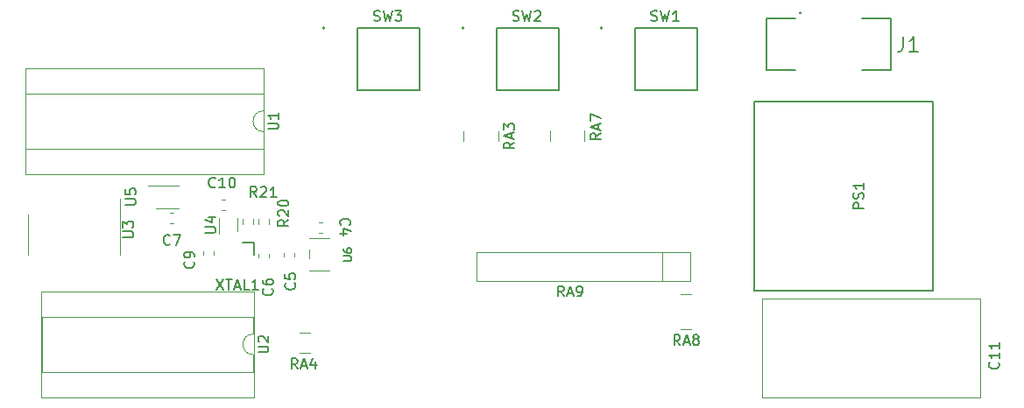
<source format=gto>
G04 #@! TF.GenerationSoftware,KiCad,Pcbnew,(5.1.7)-1*
G04 #@! TF.CreationDate,2021-11-14T21:58:53-06:00*
G04 #@! TF.ProjectId,PIC-nixie,5049432d-6e69-4786-9965-2e6b69636164,rev?*
G04 #@! TF.SameCoordinates,Original*
G04 #@! TF.FileFunction,Legend,Top*
G04 #@! TF.FilePolarity,Positive*
%FSLAX46Y46*%
G04 Gerber Fmt 4.6, Leading zero omitted, Abs format (unit mm)*
G04 Created by KiCad (PCBNEW (5.1.7)-1) date 2021-11-14 21:58:53*
%MOMM*%
%LPD*%
G01*
G04 APERTURE LIST*
%ADD10C,0.120000*%
%ADD11C,0.127000*%
%ADD12C,0.250000*%
%ADD13C,0.150000*%
%ADD14C,0.200000*%
%ADD15C,2.301600*%
%ADD16C,1.701800*%
%ADD17O,2.101600X1.101600*%
%ADD18O,1.701600X1.701600*%
%ADD19C,1.801600*%
%ADD20C,1.901600*%
G04 APERTURE END LIST*
D10*
X151800000Y-96940000D02*
X151800000Y-97940000D01*
X155160000Y-96940000D02*
X155160000Y-97940000D01*
X172301700Y-122741200D02*
X193358300Y-122741200D01*
X172301700Y-113190800D02*
X193358300Y-113190800D01*
X172301700Y-122741200D02*
X172301700Y-113190800D01*
X193358300Y-122741200D02*
X193358300Y-113190800D01*
X130452500Y-107275200D02*
X128547500Y-107275200D01*
X128547500Y-108448639D02*
X128547500Y-109251361D01*
X128547500Y-110424800D02*
X130452500Y-110424800D01*
D11*
X175550000Y-86034000D02*
X172750000Y-86034000D01*
X172750000Y-86034000D02*
X172750000Y-91034000D01*
X172750000Y-91034000D02*
X175550000Y-91034000D01*
X181950000Y-91034000D02*
X184750000Y-91034000D01*
X184750000Y-91034000D02*
X184750000Y-86034000D01*
X184750000Y-86034000D02*
X181950000Y-86034000D01*
D12*
X176000000Y-85534000D02*
G75*
G03*
X176000000Y-85534000I-50000J0D01*
G01*
D10*
X123190000Y-122725000D02*
X123190000Y-112445000D01*
X102630000Y-122725000D02*
X123190000Y-122725000D01*
X102630000Y-112445000D02*
X102630000Y-122725000D01*
X123190000Y-112445000D02*
X102630000Y-112445000D01*
X123130000Y-120235000D02*
X123130000Y-118585000D01*
X102690000Y-120235000D02*
X123130000Y-120235000D01*
X102690000Y-114935000D02*
X102690000Y-120235000D01*
X123130000Y-114935000D02*
X102690000Y-114935000D01*
X123130000Y-116585000D02*
X123130000Y-114935000D01*
X123130000Y-118585000D02*
G75*
G02*
X123130000Y-116585000I0J1000000D01*
G01*
X115925000Y-102245000D02*
X112925000Y-102245000D01*
X115925000Y-104445000D02*
X113725000Y-104445000D01*
X121600000Y-105371000D02*
X121600000Y-106671000D01*
X119800000Y-106921000D02*
X119800000Y-105371000D01*
D13*
X123215000Y-107739000D02*
X122115000Y-107739000D01*
X123215000Y-108939000D02*
X123215000Y-107739000D01*
D10*
X123153500Y-105941224D02*
X123153500Y-105431776D01*
X122108500Y-105941224D02*
X122108500Y-105431776D01*
X124677500Y-105941224D02*
X124677500Y-105431776D01*
X123632500Y-105941224D02*
X123632500Y-105431776D01*
X115389267Y-105891000D02*
X115046733Y-105891000D01*
X115389267Y-104871000D02*
X115046733Y-104871000D01*
X124665000Y-109169267D02*
X124665000Y-108826733D01*
X123645000Y-109169267D02*
X123645000Y-108826733D01*
X120060733Y-104569000D02*
X120403267Y-104569000D01*
X120060733Y-103549000D02*
X120403267Y-103549000D01*
X119331000Y-108943267D02*
X119331000Y-108600733D01*
X118311000Y-108943267D02*
X118311000Y-108600733D01*
X101390000Y-106988000D02*
X101390000Y-108938000D01*
X101390000Y-106988000D02*
X101390000Y-105038000D01*
X110260000Y-106988000D02*
X110260000Y-108938000D01*
X110260000Y-106988000D02*
X110260000Y-103538000D01*
X124105000Y-95010000D02*
X124105000Y-93360000D01*
X124105000Y-93360000D02*
X101125000Y-93360000D01*
X101125000Y-93360000D02*
X101125000Y-98660000D01*
X101125000Y-98660000D02*
X124105000Y-98660000D01*
X124105000Y-98660000D02*
X124105000Y-97010000D01*
X124165000Y-90870000D02*
X101065000Y-90870000D01*
X101065000Y-90870000D02*
X101065000Y-101150000D01*
X101065000Y-101150000D02*
X124165000Y-101150000D01*
X124165000Y-101150000D02*
X124165000Y-90870000D01*
X124105000Y-97010000D02*
G75*
G02*
X124105000Y-95010000I0J1000000D01*
G01*
D14*
X130052000Y-87000000D02*
G75*
G03*
X130052000Y-87000000I-100000J0D01*
G01*
D11*
X133202000Y-93000000D02*
X133202000Y-87000000D01*
X139202000Y-93000000D02*
X133202000Y-93000000D01*
X139202000Y-87000000D02*
X139202000Y-93000000D01*
X133202000Y-87000000D02*
X139202000Y-87000000D01*
D14*
X143492000Y-87000000D02*
G75*
G03*
X143492000Y-87000000I-100000J0D01*
G01*
D11*
X146642000Y-93000000D02*
X146642000Y-87000000D01*
X152642000Y-93000000D02*
X146642000Y-93000000D01*
X152642000Y-87000000D02*
X152642000Y-93000000D01*
X146642000Y-87000000D02*
X152642000Y-87000000D01*
D14*
X156850000Y-87000000D02*
G75*
G03*
X156850000Y-87000000I-100000J0D01*
G01*
D11*
X160000000Y-93000000D02*
X160000000Y-87000000D01*
X166000000Y-93000000D02*
X160000000Y-93000000D01*
X166000000Y-87000000D02*
X166000000Y-93000000D01*
X160000000Y-87000000D02*
X166000000Y-87000000D01*
D10*
X162618000Y-111492000D02*
X162618000Y-108692000D01*
X144668000Y-111492000D02*
X165328000Y-111492000D01*
X144668000Y-108692000D02*
X144668000Y-111492000D01*
X165328000Y-108692000D02*
X144668000Y-108692000D01*
X165328000Y-111492000D02*
X165328000Y-108692000D01*
X164474000Y-116090000D02*
X165474000Y-116090000D01*
X164474000Y-112730000D02*
X165474000Y-112730000D01*
X127625000Y-118420000D02*
X128625000Y-118420000D01*
X127625000Y-116480000D02*
X128625000Y-116480000D01*
X146800000Y-97950000D02*
X146800000Y-96950000D01*
X143440000Y-97950000D02*
X143440000Y-96950000D01*
D13*
X188780000Y-112378000D02*
X188780000Y-94090000D01*
X171508000Y-112378000D02*
X188780000Y-112378000D01*
X171508000Y-94090000D02*
X171508000Y-112378000D01*
X188780000Y-94090000D02*
X171508000Y-94090000D01*
D10*
X126115000Y-109071267D02*
X126115000Y-108728733D01*
X127135000Y-109071267D02*
X127135000Y-108728733D01*
X129796267Y-106810000D02*
X129453733Y-106810000D01*
X129796267Y-105790000D02*
X129453733Y-105790000D01*
D13*
X156722380Y-97165238D02*
X156246190Y-97498571D01*
X156722380Y-97736666D02*
X155722380Y-97736666D01*
X155722380Y-97355714D01*
X155770000Y-97260476D01*
X155817619Y-97212857D01*
X155912857Y-97165238D01*
X156055714Y-97165238D01*
X156150952Y-97212857D01*
X156198571Y-97260476D01*
X156246190Y-97355714D01*
X156246190Y-97736666D01*
X156436666Y-96784285D02*
X156436666Y-96308095D01*
X156722380Y-96879523D02*
X155722380Y-96546190D01*
X156722380Y-96212857D01*
X155722380Y-95974761D02*
X155722380Y-95308095D01*
X156722380Y-95736666D01*
X195132142Y-119317857D02*
X195179761Y-119365476D01*
X195227380Y-119508333D01*
X195227380Y-119603571D01*
X195179761Y-119746428D01*
X195084523Y-119841666D01*
X194989285Y-119889285D01*
X194798809Y-119936904D01*
X194655952Y-119936904D01*
X194465476Y-119889285D01*
X194370238Y-119841666D01*
X194275000Y-119746428D01*
X194227380Y-119603571D01*
X194227380Y-119508333D01*
X194275000Y-119365476D01*
X194322619Y-119317857D01*
X195227380Y-118365476D02*
X195227380Y-118936904D01*
X195227380Y-118651190D02*
X194227380Y-118651190D01*
X194370238Y-118746428D01*
X194465476Y-118841666D01*
X194513095Y-118936904D01*
X195227380Y-117413095D02*
X195227380Y-117984523D01*
X195227380Y-117698809D02*
X194227380Y-117698809D01*
X194370238Y-117794047D01*
X194465476Y-117889285D01*
X194513095Y-117984523D01*
X191580000Y-117418380D02*
X191580000Y-117656476D01*
X191341904Y-117561238D02*
X191580000Y-117656476D01*
X191818095Y-117561238D01*
X191437142Y-117846952D02*
X191580000Y-117656476D01*
X191722857Y-117846952D01*
X131857714Y-109480571D02*
X132474571Y-109480571D01*
X132547142Y-109444285D01*
X132583428Y-109408000D01*
X132619714Y-109335428D01*
X132619714Y-109190285D01*
X132583428Y-109117714D01*
X132547142Y-109081428D01*
X132474571Y-109045142D01*
X131857714Y-109045142D01*
X131857714Y-108355714D02*
X131857714Y-108500857D01*
X131894000Y-108573428D01*
X131930285Y-108609714D01*
X132039142Y-108682285D01*
X132184285Y-108718571D01*
X132474571Y-108718571D01*
X132547142Y-108682285D01*
X132583428Y-108646000D01*
X132619714Y-108573428D01*
X132619714Y-108428285D01*
X132583428Y-108355714D01*
X132547142Y-108319428D01*
X132474571Y-108283142D01*
X132293142Y-108283142D01*
X132220571Y-108319428D01*
X132184285Y-108355714D01*
X132148000Y-108428285D01*
X132148000Y-108573428D01*
X132184285Y-108646000D01*
X132220571Y-108682285D01*
X132293142Y-108718571D01*
X185958333Y-87867333D02*
X185958333Y-88867333D01*
X185891666Y-89067333D01*
X185758333Y-89200666D01*
X185558333Y-89267333D01*
X185425000Y-89267333D01*
X187358333Y-89267333D02*
X186558333Y-89267333D01*
X186958333Y-89267333D02*
X186958333Y-87867333D01*
X186825000Y-88067333D01*
X186691666Y-88200666D01*
X186558333Y-88267333D01*
X123582380Y-118346904D02*
X124391904Y-118346904D01*
X124487142Y-118299285D01*
X124534761Y-118251666D01*
X124582380Y-118156428D01*
X124582380Y-117965952D01*
X124534761Y-117870714D01*
X124487142Y-117823095D01*
X124391904Y-117775476D01*
X123582380Y-117775476D01*
X123677619Y-117346904D02*
X123630000Y-117299285D01*
X123582380Y-117204047D01*
X123582380Y-116965952D01*
X123630000Y-116870714D01*
X123677619Y-116823095D01*
X123772857Y-116775476D01*
X123868095Y-116775476D01*
X124010952Y-116823095D01*
X124582380Y-117394523D01*
X124582380Y-116775476D01*
X110762380Y-104101904D02*
X111571904Y-104101904D01*
X111667142Y-104054285D01*
X111714761Y-104006666D01*
X111762380Y-103911428D01*
X111762380Y-103720952D01*
X111714761Y-103625714D01*
X111667142Y-103578095D01*
X111571904Y-103530476D01*
X110762380Y-103530476D01*
X110762380Y-102578095D02*
X110762380Y-103054285D01*
X111238571Y-103101904D01*
X111190952Y-103054285D01*
X111143333Y-102959047D01*
X111143333Y-102720952D01*
X111190952Y-102625714D01*
X111238571Y-102578095D01*
X111333809Y-102530476D01*
X111571904Y-102530476D01*
X111667142Y-102578095D01*
X111714761Y-102625714D01*
X111762380Y-102720952D01*
X111762380Y-102959047D01*
X111714761Y-103054285D01*
X111667142Y-103101904D01*
X118492380Y-106791904D02*
X119301904Y-106791904D01*
X119397142Y-106744285D01*
X119444761Y-106696666D01*
X119492380Y-106601428D01*
X119492380Y-106410952D01*
X119444761Y-106315714D01*
X119397142Y-106268095D01*
X119301904Y-106220476D01*
X118492380Y-106220476D01*
X118825714Y-105315714D02*
X119492380Y-105315714D01*
X118444761Y-105553809D02*
X119159047Y-105791904D01*
X119159047Y-105172857D01*
X119596190Y-111302380D02*
X120262857Y-112302380D01*
X120262857Y-111302380D02*
X119596190Y-112302380D01*
X120500952Y-111302380D02*
X121072380Y-111302380D01*
X120786666Y-112302380D02*
X120786666Y-111302380D01*
X121358095Y-112016666D02*
X121834285Y-112016666D01*
X121262857Y-112302380D02*
X121596190Y-111302380D01*
X121929523Y-112302380D01*
X122739047Y-112302380D02*
X122262857Y-112302380D01*
X122262857Y-111302380D01*
X123596190Y-112302380D02*
X123024761Y-112302380D01*
X123310476Y-112302380D02*
X123310476Y-111302380D01*
X123215238Y-111445238D01*
X123120000Y-111540476D01*
X123024761Y-111588095D01*
X123457142Y-103342380D02*
X123123809Y-102866190D01*
X122885714Y-103342380D02*
X122885714Y-102342380D01*
X123266666Y-102342380D01*
X123361904Y-102390000D01*
X123409523Y-102437619D01*
X123457142Y-102532857D01*
X123457142Y-102675714D01*
X123409523Y-102770952D01*
X123361904Y-102818571D01*
X123266666Y-102866190D01*
X122885714Y-102866190D01*
X123838095Y-102437619D02*
X123885714Y-102390000D01*
X123980952Y-102342380D01*
X124219047Y-102342380D01*
X124314285Y-102390000D01*
X124361904Y-102437619D01*
X124409523Y-102532857D01*
X124409523Y-102628095D01*
X124361904Y-102770952D01*
X123790476Y-103342380D01*
X124409523Y-103342380D01*
X125361904Y-103342380D02*
X124790476Y-103342380D01*
X125076190Y-103342380D02*
X125076190Y-102342380D01*
X124980952Y-102485238D01*
X124885714Y-102580476D01*
X124790476Y-102628095D01*
X126527380Y-105542857D02*
X126051190Y-105876190D01*
X126527380Y-106114285D02*
X125527380Y-106114285D01*
X125527380Y-105733333D01*
X125575000Y-105638095D01*
X125622619Y-105590476D01*
X125717857Y-105542857D01*
X125860714Y-105542857D01*
X125955952Y-105590476D01*
X126003571Y-105638095D01*
X126051190Y-105733333D01*
X126051190Y-106114285D01*
X125622619Y-105161904D02*
X125575000Y-105114285D01*
X125527380Y-105019047D01*
X125527380Y-104780952D01*
X125575000Y-104685714D01*
X125622619Y-104638095D01*
X125717857Y-104590476D01*
X125813095Y-104590476D01*
X125955952Y-104638095D01*
X126527380Y-105209523D01*
X126527380Y-104590476D01*
X125527380Y-103971428D02*
X125527380Y-103876190D01*
X125575000Y-103780952D01*
X125622619Y-103733333D01*
X125717857Y-103685714D01*
X125908333Y-103638095D01*
X126146428Y-103638095D01*
X126336904Y-103685714D01*
X126432142Y-103733333D01*
X126479761Y-103780952D01*
X126527380Y-103876190D01*
X126527380Y-103971428D01*
X126479761Y-104066666D01*
X126432142Y-104114285D01*
X126336904Y-104161904D01*
X126146428Y-104209523D01*
X125908333Y-104209523D01*
X125717857Y-104161904D01*
X125622619Y-104114285D01*
X125575000Y-104066666D01*
X125527380Y-103971428D01*
X115058333Y-107887142D02*
X115010714Y-107934761D01*
X114867857Y-107982380D01*
X114772619Y-107982380D01*
X114629761Y-107934761D01*
X114534523Y-107839523D01*
X114486904Y-107744285D01*
X114439285Y-107553809D01*
X114439285Y-107410952D01*
X114486904Y-107220476D01*
X114534523Y-107125238D01*
X114629761Y-107030000D01*
X114772619Y-106982380D01*
X114867857Y-106982380D01*
X115010714Y-107030000D01*
X115058333Y-107077619D01*
X115391666Y-106982380D02*
X116058333Y-106982380D01*
X115629761Y-107982380D01*
X124932142Y-112216666D02*
X124979761Y-112264285D01*
X125027380Y-112407142D01*
X125027380Y-112502380D01*
X124979761Y-112645238D01*
X124884523Y-112740476D01*
X124789285Y-112788095D01*
X124598809Y-112835714D01*
X124455952Y-112835714D01*
X124265476Y-112788095D01*
X124170238Y-112740476D01*
X124075000Y-112645238D01*
X124027380Y-112502380D01*
X124027380Y-112407142D01*
X124075000Y-112264285D01*
X124122619Y-112216666D01*
X124027380Y-111359523D02*
X124027380Y-111550000D01*
X124075000Y-111645238D01*
X124122619Y-111692857D01*
X124265476Y-111788095D01*
X124455952Y-111835714D01*
X124836904Y-111835714D01*
X124932142Y-111788095D01*
X124979761Y-111740476D01*
X125027380Y-111645238D01*
X125027380Y-111454761D01*
X124979761Y-111359523D01*
X124932142Y-111311904D01*
X124836904Y-111264285D01*
X124598809Y-111264285D01*
X124503571Y-111311904D01*
X124455952Y-111359523D01*
X124408333Y-111454761D01*
X124408333Y-111645238D01*
X124455952Y-111740476D01*
X124503571Y-111788095D01*
X124598809Y-111835714D01*
X119457142Y-102337142D02*
X119409523Y-102384761D01*
X119266666Y-102432380D01*
X119171428Y-102432380D01*
X119028571Y-102384761D01*
X118933333Y-102289523D01*
X118885714Y-102194285D01*
X118838095Y-102003809D01*
X118838095Y-101860952D01*
X118885714Y-101670476D01*
X118933333Y-101575238D01*
X119028571Y-101480000D01*
X119171428Y-101432380D01*
X119266666Y-101432380D01*
X119409523Y-101480000D01*
X119457142Y-101527619D01*
X120409523Y-102432380D02*
X119838095Y-102432380D01*
X120123809Y-102432380D02*
X120123809Y-101432380D01*
X120028571Y-101575238D01*
X119933333Y-101670476D01*
X119838095Y-101718095D01*
X121028571Y-101432380D02*
X121123809Y-101432380D01*
X121219047Y-101480000D01*
X121266666Y-101527619D01*
X121314285Y-101622857D01*
X121361904Y-101813333D01*
X121361904Y-102051428D01*
X121314285Y-102241904D01*
X121266666Y-102337142D01*
X121219047Y-102384761D01*
X121123809Y-102432380D01*
X121028571Y-102432380D01*
X120933333Y-102384761D01*
X120885714Y-102337142D01*
X120838095Y-102241904D01*
X120790476Y-102051428D01*
X120790476Y-101813333D01*
X120838095Y-101622857D01*
X120885714Y-101527619D01*
X120933333Y-101480000D01*
X121028571Y-101432380D01*
X117332142Y-109591666D02*
X117379761Y-109639285D01*
X117427380Y-109782142D01*
X117427380Y-109877380D01*
X117379761Y-110020238D01*
X117284523Y-110115476D01*
X117189285Y-110163095D01*
X116998809Y-110210714D01*
X116855952Y-110210714D01*
X116665476Y-110163095D01*
X116570238Y-110115476D01*
X116475000Y-110020238D01*
X116427380Y-109877380D01*
X116427380Y-109782142D01*
X116475000Y-109639285D01*
X116522619Y-109591666D01*
X117427380Y-109115476D02*
X117427380Y-108925000D01*
X117379761Y-108829761D01*
X117332142Y-108782142D01*
X117189285Y-108686904D01*
X116998809Y-108639285D01*
X116617857Y-108639285D01*
X116522619Y-108686904D01*
X116475000Y-108734523D01*
X116427380Y-108829761D01*
X116427380Y-109020238D01*
X116475000Y-109115476D01*
X116522619Y-109163095D01*
X116617857Y-109210714D01*
X116855952Y-109210714D01*
X116951190Y-109163095D01*
X116998809Y-109115476D01*
X117046428Y-109020238D01*
X117046428Y-108829761D01*
X116998809Y-108734523D01*
X116951190Y-108686904D01*
X116855952Y-108639285D01*
X110527380Y-107236904D02*
X111336904Y-107236904D01*
X111432142Y-107189285D01*
X111479761Y-107141666D01*
X111527380Y-107046428D01*
X111527380Y-106855952D01*
X111479761Y-106760714D01*
X111432142Y-106713095D01*
X111336904Y-106665476D01*
X110527380Y-106665476D01*
X110527380Y-106284523D02*
X110527380Y-105665476D01*
X110908333Y-105998809D01*
X110908333Y-105855952D01*
X110955952Y-105760714D01*
X111003571Y-105713095D01*
X111098809Y-105665476D01*
X111336904Y-105665476D01*
X111432142Y-105713095D01*
X111479761Y-105760714D01*
X111527380Y-105855952D01*
X111527380Y-106141666D01*
X111479761Y-106236904D01*
X111432142Y-106284523D01*
X124557380Y-96771904D02*
X125366904Y-96771904D01*
X125462142Y-96724285D01*
X125509761Y-96676666D01*
X125557380Y-96581428D01*
X125557380Y-96390952D01*
X125509761Y-96295714D01*
X125462142Y-96248095D01*
X125366904Y-96200476D01*
X124557380Y-96200476D01*
X125557380Y-95200476D02*
X125557380Y-95771904D01*
X125557380Y-95486190D02*
X124557380Y-95486190D01*
X124700238Y-95581428D01*
X124795476Y-95676666D01*
X124843095Y-95771904D01*
X134793666Y-86269761D02*
X134936523Y-86317380D01*
X135174619Y-86317380D01*
X135269857Y-86269761D01*
X135317476Y-86222142D01*
X135365095Y-86126904D01*
X135365095Y-86031666D01*
X135317476Y-85936428D01*
X135269857Y-85888809D01*
X135174619Y-85841190D01*
X134984142Y-85793571D01*
X134888904Y-85745952D01*
X134841285Y-85698333D01*
X134793666Y-85603095D01*
X134793666Y-85507857D01*
X134841285Y-85412619D01*
X134888904Y-85365000D01*
X134984142Y-85317380D01*
X135222238Y-85317380D01*
X135365095Y-85365000D01*
X135698428Y-85317380D02*
X135936523Y-86317380D01*
X136127000Y-85603095D01*
X136317476Y-86317380D01*
X136555571Y-85317380D01*
X136841285Y-85317380D02*
X137460333Y-85317380D01*
X137127000Y-85698333D01*
X137269857Y-85698333D01*
X137365095Y-85745952D01*
X137412714Y-85793571D01*
X137460333Y-85888809D01*
X137460333Y-86126904D01*
X137412714Y-86222142D01*
X137365095Y-86269761D01*
X137269857Y-86317380D01*
X136984142Y-86317380D01*
X136888904Y-86269761D01*
X136841285Y-86222142D01*
X148233666Y-86269761D02*
X148376523Y-86317380D01*
X148614619Y-86317380D01*
X148709857Y-86269761D01*
X148757476Y-86222142D01*
X148805095Y-86126904D01*
X148805095Y-86031666D01*
X148757476Y-85936428D01*
X148709857Y-85888809D01*
X148614619Y-85841190D01*
X148424142Y-85793571D01*
X148328904Y-85745952D01*
X148281285Y-85698333D01*
X148233666Y-85603095D01*
X148233666Y-85507857D01*
X148281285Y-85412619D01*
X148328904Y-85365000D01*
X148424142Y-85317380D01*
X148662238Y-85317380D01*
X148805095Y-85365000D01*
X149138428Y-85317380D02*
X149376523Y-86317380D01*
X149567000Y-85603095D01*
X149757476Y-86317380D01*
X149995571Y-85317380D01*
X150328904Y-85412619D02*
X150376523Y-85365000D01*
X150471761Y-85317380D01*
X150709857Y-85317380D01*
X150805095Y-85365000D01*
X150852714Y-85412619D01*
X150900333Y-85507857D01*
X150900333Y-85603095D01*
X150852714Y-85745952D01*
X150281285Y-86317380D01*
X150900333Y-86317380D01*
X161591666Y-86269761D02*
X161734523Y-86317380D01*
X161972619Y-86317380D01*
X162067857Y-86269761D01*
X162115476Y-86222142D01*
X162163095Y-86126904D01*
X162163095Y-86031666D01*
X162115476Y-85936428D01*
X162067857Y-85888809D01*
X161972619Y-85841190D01*
X161782142Y-85793571D01*
X161686904Y-85745952D01*
X161639285Y-85698333D01*
X161591666Y-85603095D01*
X161591666Y-85507857D01*
X161639285Y-85412619D01*
X161686904Y-85365000D01*
X161782142Y-85317380D01*
X162020238Y-85317380D01*
X162163095Y-85365000D01*
X162496428Y-85317380D02*
X162734523Y-86317380D01*
X162925000Y-85603095D01*
X163115476Y-86317380D01*
X163353571Y-85317380D01*
X164258333Y-86317380D02*
X163686904Y-86317380D01*
X163972619Y-86317380D02*
X163972619Y-85317380D01*
X163877380Y-85460238D01*
X163782142Y-85555476D01*
X163686904Y-85603095D01*
X153132761Y-112944380D02*
X152799428Y-112468190D01*
X152561333Y-112944380D02*
X152561333Y-111944380D01*
X152942285Y-111944380D01*
X153037523Y-111992000D01*
X153085142Y-112039619D01*
X153132761Y-112134857D01*
X153132761Y-112277714D01*
X153085142Y-112372952D01*
X153037523Y-112420571D01*
X152942285Y-112468190D01*
X152561333Y-112468190D01*
X153513714Y-112658666D02*
X153989904Y-112658666D01*
X153418476Y-112944380D02*
X153751809Y-111944380D01*
X154085142Y-112944380D01*
X154466095Y-112944380D02*
X154656571Y-112944380D01*
X154751809Y-112896761D01*
X154799428Y-112849142D01*
X154894666Y-112706285D01*
X154942285Y-112515809D01*
X154942285Y-112134857D01*
X154894666Y-112039619D01*
X154847047Y-111992000D01*
X154751809Y-111944380D01*
X154561333Y-111944380D01*
X154466095Y-111992000D01*
X154418476Y-112039619D01*
X154370857Y-112134857D01*
X154370857Y-112372952D01*
X154418476Y-112468190D01*
X154466095Y-112515809D01*
X154561333Y-112563428D01*
X154751809Y-112563428D01*
X154847047Y-112515809D01*
X154894666Y-112468190D01*
X154942285Y-112372952D01*
X164378761Y-117662380D02*
X164045428Y-117186190D01*
X163807333Y-117662380D02*
X163807333Y-116662380D01*
X164188285Y-116662380D01*
X164283523Y-116710000D01*
X164331142Y-116757619D01*
X164378761Y-116852857D01*
X164378761Y-116995714D01*
X164331142Y-117090952D01*
X164283523Y-117138571D01*
X164188285Y-117186190D01*
X163807333Y-117186190D01*
X164759714Y-117376666D02*
X165235904Y-117376666D01*
X164664476Y-117662380D02*
X164997809Y-116662380D01*
X165331142Y-117662380D01*
X165807333Y-117090952D02*
X165712095Y-117043333D01*
X165664476Y-116995714D01*
X165616857Y-116900476D01*
X165616857Y-116852857D01*
X165664476Y-116757619D01*
X165712095Y-116710000D01*
X165807333Y-116662380D01*
X165997809Y-116662380D01*
X166093047Y-116710000D01*
X166140666Y-116757619D01*
X166188285Y-116852857D01*
X166188285Y-116900476D01*
X166140666Y-116995714D01*
X166093047Y-117043333D01*
X165997809Y-117090952D01*
X165807333Y-117090952D01*
X165712095Y-117138571D01*
X165664476Y-117186190D01*
X165616857Y-117281428D01*
X165616857Y-117471904D01*
X165664476Y-117567142D01*
X165712095Y-117614761D01*
X165807333Y-117662380D01*
X165997809Y-117662380D01*
X166093047Y-117614761D01*
X166140666Y-117567142D01*
X166188285Y-117471904D01*
X166188285Y-117281428D01*
X166140666Y-117186190D01*
X166093047Y-117138571D01*
X165997809Y-117090952D01*
X127404761Y-119952380D02*
X127071428Y-119476190D01*
X126833333Y-119952380D02*
X126833333Y-118952380D01*
X127214285Y-118952380D01*
X127309523Y-119000000D01*
X127357142Y-119047619D01*
X127404761Y-119142857D01*
X127404761Y-119285714D01*
X127357142Y-119380952D01*
X127309523Y-119428571D01*
X127214285Y-119476190D01*
X126833333Y-119476190D01*
X127785714Y-119666666D02*
X128261904Y-119666666D01*
X127690476Y-119952380D02*
X128023809Y-118952380D01*
X128357142Y-119952380D01*
X129119047Y-119285714D02*
X129119047Y-119952380D01*
X128880952Y-118904761D02*
X128642857Y-119619047D01*
X129261904Y-119619047D01*
X148372380Y-98045238D02*
X147896190Y-98378571D01*
X148372380Y-98616666D02*
X147372380Y-98616666D01*
X147372380Y-98235714D01*
X147420000Y-98140476D01*
X147467619Y-98092857D01*
X147562857Y-98045238D01*
X147705714Y-98045238D01*
X147800952Y-98092857D01*
X147848571Y-98140476D01*
X147896190Y-98235714D01*
X147896190Y-98616666D01*
X148086666Y-97664285D02*
X148086666Y-97188095D01*
X148372380Y-97759523D02*
X147372380Y-97426190D01*
X148372380Y-97092857D01*
X147372380Y-96854761D02*
X147372380Y-96235714D01*
X147753333Y-96569047D01*
X147753333Y-96426190D01*
X147800952Y-96330952D01*
X147848571Y-96283333D01*
X147943809Y-96235714D01*
X148181904Y-96235714D01*
X148277142Y-96283333D01*
X148324761Y-96330952D01*
X148372380Y-96426190D01*
X148372380Y-96711904D01*
X148324761Y-96807142D01*
X148277142Y-96854761D01*
X182128380Y-104448285D02*
X181128380Y-104448285D01*
X181128380Y-104067333D01*
X181176000Y-103972095D01*
X181223619Y-103924476D01*
X181318857Y-103876857D01*
X181461714Y-103876857D01*
X181556952Y-103924476D01*
X181604571Y-103972095D01*
X181652190Y-104067333D01*
X181652190Y-104448285D01*
X182080761Y-103495904D02*
X182128380Y-103353047D01*
X182128380Y-103114952D01*
X182080761Y-103019714D01*
X182033142Y-102972095D01*
X181937904Y-102924476D01*
X181842666Y-102924476D01*
X181747428Y-102972095D01*
X181699809Y-103019714D01*
X181652190Y-103114952D01*
X181604571Y-103305428D01*
X181556952Y-103400666D01*
X181509333Y-103448285D01*
X181414095Y-103495904D01*
X181318857Y-103495904D01*
X181223619Y-103448285D01*
X181176000Y-103400666D01*
X181128380Y-103305428D01*
X181128380Y-103067333D01*
X181176000Y-102924476D01*
X182128380Y-101972095D02*
X182128380Y-102543523D01*
X182128380Y-102257809D02*
X181128380Y-102257809D01*
X181271238Y-102353047D01*
X181366476Y-102448285D01*
X181414095Y-102543523D01*
X127107142Y-111666666D02*
X127154761Y-111714285D01*
X127202380Y-111857142D01*
X127202380Y-111952380D01*
X127154761Y-112095238D01*
X127059523Y-112190476D01*
X126964285Y-112238095D01*
X126773809Y-112285714D01*
X126630952Y-112285714D01*
X126440476Y-112238095D01*
X126345238Y-112190476D01*
X126250000Y-112095238D01*
X126202380Y-111952380D01*
X126202380Y-111857142D01*
X126250000Y-111714285D01*
X126297619Y-111666666D01*
X126202380Y-110761904D02*
X126202380Y-111238095D01*
X126678571Y-111285714D01*
X126630952Y-111238095D01*
X126583333Y-111142857D01*
X126583333Y-110904761D01*
X126630952Y-110809523D01*
X126678571Y-110761904D01*
X126773809Y-110714285D01*
X127011904Y-110714285D01*
X127107142Y-110761904D01*
X127154761Y-110809523D01*
X127202380Y-110904761D01*
X127202380Y-111142857D01*
X127154761Y-111238095D01*
X127107142Y-111285714D01*
X131617857Y-106033333D02*
X131570238Y-105985714D01*
X131522619Y-105842857D01*
X131522619Y-105747619D01*
X131570238Y-105604761D01*
X131665476Y-105509523D01*
X131760714Y-105461904D01*
X131951190Y-105414285D01*
X132094047Y-105414285D01*
X132284523Y-105461904D01*
X132379761Y-105509523D01*
X132475000Y-105604761D01*
X132522619Y-105747619D01*
X132522619Y-105842857D01*
X132475000Y-105985714D01*
X132427380Y-106033333D01*
X132189285Y-106890476D02*
X131522619Y-106890476D01*
X132570238Y-106652380D02*
X131855952Y-106414285D01*
X131855952Y-107033333D01*
%LPC*%
X117810000Y-106840000D02*
X118250000Y-106400000D01*
X117810000Y-110640000D02*
X117810000Y-106840000D01*
X118090000Y-110920000D02*
X117810000Y-110640000D01*
X124890000Y-110920000D02*
X118090000Y-110920000D01*
X125180000Y-110640000D02*
X124890000Y-110920000D01*
X125180000Y-110410000D02*
X125180000Y-110640000D01*
X125170000Y-104060000D02*
X125170000Y-109400000D01*
X124900000Y-103800000D02*
X125170000Y-104060000D01*
X122900000Y-103800000D02*
X124900000Y-103800000D01*
X121900000Y-102800000D02*
X122900000Y-103800000D01*
X118600000Y-102800000D02*
X121900000Y-102800000D01*
X118300000Y-103000000D02*
X118600000Y-102800000D01*
X118300000Y-105100000D02*
X118300000Y-103000000D01*
X117490000Y-102540000D02*
X117480000Y-104730000D01*
X116930000Y-102000000D02*
X117490000Y-102540000D01*
X116900000Y-102000000D02*
X116930000Y-102000000D01*
X116500000Y-102000000D02*
X116900000Y-102000000D01*
X116400000Y-101900000D02*
X116500000Y-102000000D01*
X115100000Y-101800000D02*
X115200000Y-101700000D01*
X115100000Y-102000000D02*
X115100000Y-101800000D01*
X112700000Y-102000000D02*
X115100000Y-102000000D01*
X112170000Y-102550000D02*
X112700000Y-102000000D01*
X112170000Y-103630000D02*
X112170000Y-102550000D01*
X112200000Y-103700000D02*
X112170000Y-103630000D01*
X112200000Y-104500000D02*
X112200000Y-103700000D01*
X113900000Y-106200000D02*
X112200000Y-104500000D01*
X114400000Y-106200000D02*
X113900000Y-106200000D01*
X114800000Y-106600000D02*
X114400000Y-106200000D01*
X116500000Y-106600000D02*
X114800000Y-106600000D01*
G36*
G01*
X152029999Y-96089200D02*
X152530001Y-96089200D01*
G75*
G02*
X152580800Y-96139999I0J-50799D01*
G01*
X152580800Y-96940001D01*
G75*
G02*
X152530001Y-96990800I-50799J0D01*
G01*
X152029999Y-96990800D01*
G75*
G02*
X151979200Y-96940001I0J50799D01*
G01*
X151979200Y-96139999D01*
G75*
G02*
X152029999Y-96089200I50799J0D01*
G01*
G37*
G36*
G01*
X152880000Y-96089200D02*
X153280000Y-96089200D01*
G75*
G02*
X153330800Y-96140000I0J-50800D01*
G01*
X153330800Y-96940000D01*
G75*
G02*
X153280000Y-96990800I-50800J0D01*
G01*
X152880000Y-96990800D01*
G75*
G02*
X152829200Y-96940000I0J50800D01*
G01*
X152829200Y-96140000D01*
G75*
G02*
X152880000Y-96089200I50800J0D01*
G01*
G37*
G36*
G01*
X154429999Y-96089200D02*
X154930001Y-96089200D01*
G75*
G02*
X154980800Y-96139999I0J-50799D01*
G01*
X154980800Y-96940001D01*
G75*
G02*
X154930001Y-96990800I-50799J0D01*
G01*
X154429999Y-96990800D01*
G75*
G02*
X154379200Y-96940001I0J50799D01*
G01*
X154379200Y-96139999D01*
G75*
G02*
X154429999Y-96089200I50799J0D01*
G01*
G37*
G36*
G01*
X153680000Y-96089200D02*
X154080000Y-96089200D01*
G75*
G02*
X154130800Y-96140000I0J-50800D01*
G01*
X154130800Y-96940000D01*
G75*
G02*
X154080000Y-96990800I-50800J0D01*
G01*
X153680000Y-96990800D01*
G75*
G02*
X153629200Y-96940000I0J50800D01*
G01*
X153629200Y-96140000D01*
G75*
G02*
X153680000Y-96089200I50800J0D01*
G01*
G37*
G36*
G01*
X152029999Y-97889200D02*
X152530001Y-97889200D01*
G75*
G02*
X152580800Y-97939999I0J-50799D01*
G01*
X152580800Y-98740001D01*
G75*
G02*
X152530001Y-98790800I-50799J0D01*
G01*
X152029999Y-98790800D01*
G75*
G02*
X151979200Y-98740001I0J50799D01*
G01*
X151979200Y-97939999D01*
G75*
G02*
X152029999Y-97889200I50799J0D01*
G01*
G37*
G36*
G01*
X153680000Y-97889200D02*
X154080000Y-97889200D01*
G75*
G02*
X154130800Y-97940000I0J-50800D01*
G01*
X154130800Y-98740000D01*
G75*
G02*
X154080000Y-98790800I-50800J0D01*
G01*
X153680000Y-98790800D01*
G75*
G02*
X153629200Y-98740000I0J50800D01*
G01*
X153629200Y-97940000D01*
G75*
G02*
X153680000Y-97889200I50800J0D01*
G01*
G37*
G36*
G01*
X152880000Y-97889200D02*
X153280000Y-97889200D01*
G75*
G02*
X153330800Y-97940000I0J-50800D01*
G01*
X153330800Y-98740000D01*
G75*
G02*
X153280000Y-98790800I-50800J0D01*
G01*
X152880000Y-98790800D01*
G75*
G02*
X152829200Y-98740000I0J50800D01*
G01*
X152829200Y-97940000D01*
G75*
G02*
X152880000Y-97889200I50800J0D01*
G01*
G37*
G36*
G01*
X154429999Y-97889200D02*
X154930001Y-97889200D01*
G75*
G02*
X154980800Y-97939999I0J-50799D01*
G01*
X154980800Y-98740001D01*
G75*
G02*
X154930001Y-98790800I-50799J0D01*
G01*
X154429999Y-98790800D01*
G75*
G02*
X154379200Y-98740001I0J50799D01*
G01*
X154379200Y-97939999D01*
G75*
G02*
X154429999Y-97889200I50799J0D01*
G01*
G37*
D15*
X125000000Y-88000000D03*
G36*
G01*
X192430900Y-117165900D02*
X192430900Y-118766100D01*
G75*
G02*
X192380100Y-118816900I-50800J0D01*
G01*
X190779900Y-118816900D01*
G75*
G02*
X190729100Y-118766100I0J50800D01*
G01*
X190729100Y-117165900D01*
G75*
G02*
X190779900Y-117115100I50800J0D01*
G01*
X192380100Y-117115100D01*
G75*
G02*
X192430900Y-117165900I0J-50800D01*
G01*
G37*
D16*
X174080000Y-117966000D03*
G36*
G01*
X128725300Y-109584101D02*
X128725300Y-110015901D01*
G75*
G02*
X128674500Y-110066701I-50800J0D01*
G01*
X127747400Y-110066701D01*
G75*
G02*
X127696600Y-110015901I0J50800D01*
G01*
X127696600Y-109584101D01*
G75*
G02*
X127747400Y-109533301I50800J0D01*
G01*
X128674500Y-109533301D01*
G75*
G02*
X128725300Y-109584101I0J-50800D01*
G01*
G37*
G36*
G01*
X128725300Y-107684099D02*
X128725300Y-108115899D01*
G75*
G02*
X128674500Y-108166699I-50800J0D01*
G01*
X127747400Y-108166699D01*
G75*
G02*
X127696600Y-108115899I0J50800D01*
G01*
X127696600Y-107684099D01*
G75*
G02*
X127747400Y-107633299I50800J0D01*
G01*
X128674500Y-107633299D01*
G75*
G02*
X128725300Y-107684099I0J-50800D01*
G01*
G37*
G36*
G01*
X131303400Y-107684099D02*
X131303400Y-108115899D01*
G75*
G02*
X131252600Y-108166699I-50800J0D01*
G01*
X130325500Y-108166699D01*
G75*
G02*
X130274700Y-108115899I0J50800D01*
G01*
X130274700Y-107684099D01*
G75*
G02*
X130325500Y-107633299I50800J0D01*
G01*
X131252600Y-107633299D01*
G75*
G02*
X131303400Y-107684099I0J-50800D01*
G01*
G37*
G36*
G01*
X131303400Y-108634100D02*
X131303400Y-109065900D01*
G75*
G02*
X131252600Y-109116700I-50800J0D01*
G01*
X130325500Y-109116700D01*
G75*
G02*
X130274700Y-109065900I0J50800D01*
G01*
X130274700Y-108634100D01*
G75*
G02*
X130325500Y-108583300I50800J0D01*
G01*
X131252600Y-108583300D01*
G75*
G02*
X131303400Y-108634100I0J-50800D01*
G01*
G37*
G36*
G01*
X131303400Y-109584101D02*
X131303400Y-110015901D01*
G75*
G02*
X131252600Y-110066701I-50800J0D01*
G01*
X130325500Y-110066701D01*
G75*
G02*
X130274700Y-110015901I0J50800D01*
G01*
X130274700Y-109584101D01*
G75*
G02*
X130325500Y-109533301I50800J0D01*
G01*
X131252600Y-109533301D01*
G75*
G02*
X131303400Y-109584101I0J-50800D01*
G01*
G37*
D15*
X195000000Y-88000000D03*
D17*
X174650000Y-87064000D03*
X182850000Y-87064000D03*
X174650000Y-90004000D03*
X182850000Y-90004000D03*
G36*
G01*
X178314200Y-87434000D02*
X178314200Y-86134000D01*
G75*
G02*
X178365000Y-86083200I50800J0D01*
G01*
X178635000Y-86083200D01*
G75*
G02*
X178685800Y-86134000I0J-50800D01*
G01*
X178685800Y-87434000D01*
G75*
G02*
X178635000Y-87484800I-50800J0D01*
G01*
X178365000Y-87484800D01*
G75*
G02*
X178314200Y-87434000I0J50800D01*
G01*
G37*
G36*
G01*
X177814200Y-87434000D02*
X177814200Y-86134000D01*
G75*
G02*
X177865000Y-86083200I50800J0D01*
G01*
X178135000Y-86083200D01*
G75*
G02*
X178185800Y-86134000I0J-50800D01*
G01*
X178185800Y-87434000D01*
G75*
G02*
X178135000Y-87484800I-50800J0D01*
G01*
X177865000Y-87484800D01*
G75*
G02*
X177814200Y-87434000I0J50800D01*
G01*
G37*
G36*
G01*
X177314200Y-87434000D02*
X177314200Y-86134000D01*
G75*
G02*
X177365000Y-86083200I50800J0D01*
G01*
X177635000Y-86083200D01*
G75*
G02*
X177685800Y-86134000I0J-50800D01*
G01*
X177685800Y-87434000D01*
G75*
G02*
X177635000Y-87484800I-50800J0D01*
G01*
X177365000Y-87484800D01*
G75*
G02*
X177314200Y-87434000I0J50800D01*
G01*
G37*
G36*
G01*
X176814200Y-87434000D02*
X176814200Y-86134000D01*
G75*
G02*
X176865000Y-86083200I50800J0D01*
G01*
X177135000Y-86083200D01*
G75*
G02*
X177185800Y-86134000I0J-50800D01*
G01*
X177185800Y-87434000D01*
G75*
G02*
X177135000Y-87484800I-50800J0D01*
G01*
X176865000Y-87484800D01*
G75*
G02*
X176814200Y-87434000I0J50800D01*
G01*
G37*
G36*
G01*
X176314200Y-87434000D02*
X176314200Y-86134000D01*
G75*
G02*
X176365000Y-86083200I50800J0D01*
G01*
X176635000Y-86083200D01*
G75*
G02*
X176685800Y-86134000I0J-50800D01*
G01*
X176685800Y-87434000D01*
G75*
G02*
X176635000Y-87484800I-50800J0D01*
G01*
X176365000Y-87484800D01*
G75*
G02*
X176314200Y-87434000I0J50800D01*
G01*
G37*
G36*
G01*
X175814200Y-87434000D02*
X175814200Y-86134000D01*
G75*
G02*
X175865000Y-86083200I50800J0D01*
G01*
X176135000Y-86083200D01*
G75*
G02*
X176185800Y-86134000I0J-50800D01*
G01*
X176185800Y-87434000D01*
G75*
G02*
X176135000Y-87484800I-50800J0D01*
G01*
X175865000Y-87484800D01*
G75*
G02*
X175814200Y-87434000I0J50800D01*
G01*
G37*
G36*
G01*
X181314200Y-87434000D02*
X181314200Y-86134000D01*
G75*
G02*
X181365000Y-86083200I50800J0D01*
G01*
X181635000Y-86083200D01*
G75*
G02*
X181685800Y-86134000I0J-50800D01*
G01*
X181685800Y-87434000D01*
G75*
G02*
X181635000Y-87484800I-50800J0D01*
G01*
X181365000Y-87484800D01*
G75*
G02*
X181314200Y-87434000I0J50800D01*
G01*
G37*
G36*
G01*
X180814200Y-87434000D02*
X180814200Y-86134000D01*
G75*
G02*
X180865000Y-86083200I50800J0D01*
G01*
X181135000Y-86083200D01*
G75*
G02*
X181185800Y-86134000I0J-50800D01*
G01*
X181185800Y-87434000D01*
G75*
G02*
X181135000Y-87484800I-50800J0D01*
G01*
X180865000Y-87484800D01*
G75*
G02*
X180814200Y-87434000I0J50800D01*
G01*
G37*
G36*
G01*
X180314200Y-87434000D02*
X180314200Y-86134000D01*
G75*
G02*
X180365000Y-86083200I50800J0D01*
G01*
X180635000Y-86083200D01*
G75*
G02*
X180685800Y-86134000I0J-50800D01*
G01*
X180685800Y-87434000D01*
G75*
G02*
X180635000Y-87484800I-50800J0D01*
G01*
X180365000Y-87484800D01*
G75*
G02*
X180314200Y-87434000I0J50800D01*
G01*
G37*
G36*
G01*
X179814200Y-87434000D02*
X179814200Y-86134000D01*
G75*
G02*
X179865000Y-86083200I50800J0D01*
G01*
X180135000Y-86083200D01*
G75*
G02*
X180185800Y-86134000I0J-50800D01*
G01*
X180185800Y-87434000D01*
G75*
G02*
X180135000Y-87484800I-50800J0D01*
G01*
X179865000Y-87484800D01*
G75*
G02*
X179814200Y-87434000I0J50800D01*
G01*
G37*
G36*
G01*
X179314200Y-87434000D02*
X179314200Y-86134000D01*
G75*
G02*
X179365000Y-86083200I50800J0D01*
G01*
X179635000Y-86083200D01*
G75*
G02*
X179685800Y-86134000I0J-50800D01*
G01*
X179685800Y-87434000D01*
G75*
G02*
X179635000Y-87484800I-50800J0D01*
G01*
X179365000Y-87484800D01*
G75*
G02*
X179314200Y-87434000I0J50800D01*
G01*
G37*
G36*
G01*
X178814200Y-87434000D02*
X178814200Y-86134000D01*
G75*
G02*
X178865000Y-86083200I50800J0D01*
G01*
X179135000Y-86083200D01*
G75*
G02*
X179185800Y-86134000I0J-50800D01*
G01*
X179185800Y-87434000D01*
G75*
G02*
X179135000Y-87484800I-50800J0D01*
G01*
X178865000Y-87484800D01*
G75*
G02*
X178814200Y-87434000I0J50800D01*
G01*
G37*
G36*
G01*
X175814200Y-90934000D02*
X175814200Y-89634000D01*
G75*
G02*
X175865000Y-89583200I50800J0D01*
G01*
X176135000Y-89583200D01*
G75*
G02*
X176185800Y-89634000I0J-50800D01*
G01*
X176185800Y-90934000D01*
G75*
G02*
X176135000Y-90984800I-50800J0D01*
G01*
X175865000Y-90984800D01*
G75*
G02*
X175814200Y-90934000I0J50800D01*
G01*
G37*
G36*
G01*
X176314200Y-90934000D02*
X176314200Y-89634000D01*
G75*
G02*
X176365000Y-89583200I50800J0D01*
G01*
X176635000Y-89583200D01*
G75*
G02*
X176685800Y-89634000I0J-50800D01*
G01*
X176685800Y-90934000D01*
G75*
G02*
X176635000Y-90984800I-50800J0D01*
G01*
X176365000Y-90984800D01*
G75*
G02*
X176314200Y-90934000I0J50800D01*
G01*
G37*
G36*
G01*
X176814200Y-90934000D02*
X176814200Y-89634000D01*
G75*
G02*
X176865000Y-89583200I50800J0D01*
G01*
X177135000Y-89583200D01*
G75*
G02*
X177185800Y-89634000I0J-50800D01*
G01*
X177185800Y-90934000D01*
G75*
G02*
X177135000Y-90984800I-50800J0D01*
G01*
X176865000Y-90984800D01*
G75*
G02*
X176814200Y-90934000I0J50800D01*
G01*
G37*
G36*
G01*
X177314200Y-90934000D02*
X177314200Y-89634000D01*
G75*
G02*
X177365000Y-89583200I50800J0D01*
G01*
X177635000Y-89583200D01*
G75*
G02*
X177685800Y-89634000I0J-50800D01*
G01*
X177685800Y-90934000D01*
G75*
G02*
X177635000Y-90984800I-50800J0D01*
G01*
X177365000Y-90984800D01*
G75*
G02*
X177314200Y-90934000I0J50800D01*
G01*
G37*
G36*
G01*
X177814200Y-90934000D02*
X177814200Y-89634000D01*
G75*
G02*
X177865000Y-89583200I50800J0D01*
G01*
X178135000Y-89583200D01*
G75*
G02*
X178185800Y-89634000I0J-50800D01*
G01*
X178185800Y-90934000D01*
G75*
G02*
X178135000Y-90984800I-50800J0D01*
G01*
X177865000Y-90984800D01*
G75*
G02*
X177814200Y-90934000I0J50800D01*
G01*
G37*
G36*
G01*
X178314200Y-90934000D02*
X178314200Y-89634000D01*
G75*
G02*
X178365000Y-89583200I50800J0D01*
G01*
X178635000Y-89583200D01*
G75*
G02*
X178685800Y-89634000I0J-50800D01*
G01*
X178685800Y-90934000D01*
G75*
G02*
X178635000Y-90984800I-50800J0D01*
G01*
X178365000Y-90984800D01*
G75*
G02*
X178314200Y-90934000I0J50800D01*
G01*
G37*
G36*
G01*
X178814200Y-90934000D02*
X178814200Y-89634000D01*
G75*
G02*
X178865000Y-89583200I50800J0D01*
G01*
X179135000Y-89583200D01*
G75*
G02*
X179185800Y-89634000I0J-50800D01*
G01*
X179185800Y-90934000D01*
G75*
G02*
X179135000Y-90984800I-50800J0D01*
G01*
X178865000Y-90984800D01*
G75*
G02*
X178814200Y-90934000I0J50800D01*
G01*
G37*
G36*
G01*
X179814200Y-90934000D02*
X179814200Y-89634000D01*
G75*
G02*
X179865000Y-89583200I50800J0D01*
G01*
X180135000Y-89583200D01*
G75*
G02*
X180185800Y-89634000I0J-50800D01*
G01*
X180185800Y-90934000D01*
G75*
G02*
X180135000Y-90984800I-50800J0D01*
G01*
X179865000Y-90984800D01*
G75*
G02*
X179814200Y-90934000I0J50800D01*
G01*
G37*
G36*
G01*
X179314200Y-90934000D02*
X179314200Y-89634000D01*
G75*
G02*
X179365000Y-89583200I50800J0D01*
G01*
X179635000Y-89583200D01*
G75*
G02*
X179685800Y-89634000I0J-50800D01*
G01*
X179685800Y-90934000D01*
G75*
G02*
X179635000Y-90984800I-50800J0D01*
G01*
X179365000Y-90984800D01*
G75*
G02*
X179314200Y-90934000I0J50800D01*
G01*
G37*
G36*
G01*
X180314200Y-90934000D02*
X180314200Y-89634000D01*
G75*
G02*
X180365000Y-89583200I50800J0D01*
G01*
X180635000Y-89583200D01*
G75*
G02*
X180685800Y-89634000I0J-50800D01*
G01*
X180685800Y-90934000D01*
G75*
G02*
X180635000Y-90984800I-50800J0D01*
G01*
X180365000Y-90984800D01*
G75*
G02*
X180314200Y-90934000I0J50800D01*
G01*
G37*
G36*
G01*
X180814200Y-90934000D02*
X180814200Y-89634000D01*
G75*
G02*
X180865000Y-89583200I50800J0D01*
G01*
X181135000Y-89583200D01*
G75*
G02*
X181185800Y-89634000I0J-50800D01*
G01*
X181185800Y-90934000D01*
G75*
G02*
X181135000Y-90984800I-50800J0D01*
G01*
X180865000Y-90984800D01*
G75*
G02*
X180814200Y-90934000I0J50800D01*
G01*
G37*
G36*
G01*
X181314200Y-90934000D02*
X181314200Y-89634000D01*
G75*
G02*
X181365000Y-89583200I50800J0D01*
G01*
X181635000Y-89583200D01*
G75*
G02*
X181685800Y-89634000I0J-50800D01*
G01*
X181685800Y-90934000D01*
G75*
G02*
X181635000Y-90984800I-50800J0D01*
G01*
X181365000Y-90984800D01*
G75*
G02*
X181314200Y-90934000I0J50800D01*
G01*
G37*
G36*
G01*
X121000000Y-112924200D02*
X122600000Y-112924200D01*
G75*
G02*
X122650800Y-112975000I0J-50800D01*
G01*
X122650800Y-114575000D01*
G75*
G02*
X122600000Y-114625800I-50800J0D01*
G01*
X121000000Y-114625800D01*
G75*
G02*
X120949200Y-114575000I0J50800D01*
G01*
X120949200Y-112975000D01*
G75*
G02*
X121000000Y-112924200I50800J0D01*
G01*
G37*
D18*
X104020000Y-121395000D03*
X119260000Y-113775000D03*
X106560000Y-121395000D03*
X116720000Y-113775000D03*
X109100000Y-121395000D03*
X114180000Y-113775000D03*
X111640000Y-121395000D03*
X111640000Y-113775000D03*
X114180000Y-121395000D03*
X109100000Y-113775000D03*
X116720000Y-121395000D03*
X106560000Y-113775000D03*
X119260000Y-121395000D03*
X104020000Y-113775000D03*
X121800000Y-121395000D03*
G36*
G01*
X162065859Y-121400800D02*
X160794141Y-121400800D01*
G75*
G02*
X160529200Y-121135859I0J264941D01*
G01*
X160529200Y-119864141D01*
G75*
G02*
X160794141Y-119599200I264941J0D01*
G01*
X162065859Y-119599200D01*
G75*
G02*
X162330800Y-119864141I0J-264941D01*
G01*
X162330800Y-121135859D01*
G75*
G02*
X162065859Y-121400800I-264941J0D01*
G01*
G37*
D19*
X158890000Y-120500000D03*
X156350000Y-120500000D03*
X153810000Y-120500000D03*
X151270000Y-120500000D03*
X148730000Y-120500000D03*
X146190000Y-120500000D03*
X143650000Y-120500000D03*
X141110000Y-120500000D03*
X138570000Y-120500000D03*
X161430000Y-117960000D03*
X158890000Y-117960000D03*
X156350000Y-117960000D03*
X153810000Y-117960000D03*
X151270000Y-117960000D03*
X148730000Y-117960000D03*
X146190000Y-117960000D03*
X143650000Y-117960000D03*
X141110000Y-117960000D03*
X138570000Y-117960000D03*
G36*
G01*
X112875000Y-102394200D02*
X113675000Y-102394200D01*
G75*
G02*
X113725800Y-102445000I0J-50800D01*
G01*
X113725800Y-102745000D01*
G75*
G02*
X113675000Y-102795800I-50800J0D01*
G01*
X112875000Y-102795800D01*
G75*
G02*
X112824200Y-102745000I0J50800D01*
G01*
X112824200Y-102445000D01*
G75*
G02*
X112875000Y-102394200I50800J0D01*
G01*
G37*
G36*
G01*
X112875000Y-102894200D02*
X113675000Y-102894200D01*
G75*
G02*
X113725800Y-102945000I0J-50800D01*
G01*
X113725800Y-103245000D01*
G75*
G02*
X113675000Y-103295800I-50800J0D01*
G01*
X112875000Y-103295800D01*
G75*
G02*
X112824200Y-103245000I0J50800D01*
G01*
X112824200Y-102945000D01*
G75*
G02*
X112875000Y-102894200I50800J0D01*
G01*
G37*
G36*
G01*
X112875000Y-103394200D02*
X113675000Y-103394200D01*
G75*
G02*
X113725800Y-103445000I0J-50800D01*
G01*
X113725800Y-103745000D01*
G75*
G02*
X113675000Y-103795800I-50800J0D01*
G01*
X112875000Y-103795800D01*
G75*
G02*
X112824200Y-103745000I0J50800D01*
G01*
X112824200Y-103445000D01*
G75*
G02*
X112875000Y-103394200I50800J0D01*
G01*
G37*
G36*
G01*
X112875000Y-103894200D02*
X113675000Y-103894200D01*
G75*
G02*
X113725800Y-103945000I0J-50800D01*
G01*
X113725800Y-104245000D01*
G75*
G02*
X113675000Y-104295800I-50800J0D01*
G01*
X112875000Y-104295800D01*
G75*
G02*
X112824200Y-104245000I0J50800D01*
G01*
X112824200Y-103945000D01*
G75*
G02*
X112875000Y-103894200I50800J0D01*
G01*
G37*
G36*
G01*
X115975000Y-103894200D02*
X116775000Y-103894200D01*
G75*
G02*
X116825800Y-103945000I0J-50800D01*
G01*
X116825800Y-104245000D01*
G75*
G02*
X116775000Y-104295800I-50800J0D01*
G01*
X115975000Y-104295800D01*
G75*
G02*
X115924200Y-104245000I0J50800D01*
G01*
X115924200Y-103945000D01*
G75*
G02*
X115975000Y-103894200I50800J0D01*
G01*
G37*
G36*
G01*
X115975000Y-103394200D02*
X116775000Y-103394200D01*
G75*
G02*
X116825800Y-103445000I0J-50800D01*
G01*
X116825800Y-103745000D01*
G75*
G02*
X116775000Y-103795800I-50800J0D01*
G01*
X115975000Y-103795800D01*
G75*
G02*
X115924200Y-103745000I0J50800D01*
G01*
X115924200Y-103445000D01*
G75*
G02*
X115975000Y-103394200I50800J0D01*
G01*
G37*
G36*
G01*
X115975000Y-102894200D02*
X116775000Y-102894200D01*
G75*
G02*
X116825800Y-102945000I0J-50800D01*
G01*
X116825800Y-103245000D01*
G75*
G02*
X116775000Y-103295800I-50800J0D01*
G01*
X115975000Y-103295800D01*
G75*
G02*
X115924200Y-103245000I0J50800D01*
G01*
X115924200Y-102945000D01*
G75*
G02*
X115975000Y-102894200I50800J0D01*
G01*
G37*
G36*
G01*
X115975000Y-102394200D02*
X116775000Y-102394200D01*
G75*
G02*
X116825800Y-102445000I0J-50800D01*
G01*
X116825800Y-102745000D01*
G75*
G02*
X116775000Y-102795800I-50800J0D01*
G01*
X115975000Y-102795800D01*
G75*
G02*
X115924200Y-102745000I0J50800D01*
G01*
X115924200Y-102445000D01*
G75*
G02*
X115975000Y-102394200I50800J0D01*
G01*
G37*
G36*
G01*
X121350000Y-105596800D02*
X121050000Y-105596800D01*
G75*
G02*
X120999200Y-105546000I0J50800D01*
G01*
X120999200Y-105096000D01*
G75*
G02*
X121050000Y-105045200I50800J0D01*
G01*
X121350000Y-105045200D01*
G75*
G02*
X121400800Y-105096000I0J-50800D01*
G01*
X121400800Y-105546000D01*
G75*
G02*
X121350000Y-105596800I-50800J0D01*
G01*
G37*
G36*
G01*
X120850000Y-106996800D02*
X120550000Y-106996800D01*
G75*
G02*
X120499200Y-106946000I0J50800D01*
G01*
X120499200Y-106496000D01*
G75*
G02*
X120550000Y-106445200I50800J0D01*
G01*
X120850000Y-106445200D01*
G75*
G02*
X120900800Y-106496000I0J-50800D01*
G01*
X120900800Y-106946000D01*
G75*
G02*
X120850000Y-106996800I-50800J0D01*
G01*
G37*
G36*
G01*
X120350000Y-105596800D02*
X120050000Y-105596800D01*
G75*
G02*
X119999200Y-105546000I0J50800D01*
G01*
X119999200Y-105096000D01*
G75*
G02*
X120050000Y-105045200I50800J0D01*
G01*
X120350000Y-105045200D01*
G75*
G02*
X120400800Y-105096000I0J-50800D01*
G01*
X120400800Y-105546000D01*
G75*
G02*
X120350000Y-105596800I-50800J0D01*
G01*
G37*
G36*
G01*
X121350000Y-106996800D02*
X121050000Y-106996800D01*
G75*
G02*
X120999200Y-106946000I0J50800D01*
G01*
X120999200Y-106496000D01*
G75*
G02*
X121050000Y-106445200I50800J0D01*
G01*
X121350000Y-106445200D01*
G75*
G02*
X121400800Y-106496000I0J-50800D01*
G01*
X121400800Y-106946000D01*
G75*
G02*
X121350000Y-106996800I-50800J0D01*
G01*
G37*
G36*
G01*
X120350000Y-106996800D02*
X120050000Y-106996800D01*
G75*
G02*
X119999200Y-106946000I0J50800D01*
G01*
X119999200Y-106496000D01*
G75*
G02*
X120050000Y-106445200I50800J0D01*
G01*
X120350000Y-106445200D01*
G75*
G02*
X120400800Y-106496000I0J-50800D01*
G01*
X120400800Y-106946000D01*
G75*
G02*
X120350000Y-106996800I-50800J0D01*
G01*
G37*
G36*
G01*
X123065800Y-107939000D02*
X123065800Y-108939000D01*
G75*
G02*
X123015000Y-108989800I-50800J0D01*
G01*
X122215000Y-108989800D01*
G75*
G02*
X122164200Y-108939000I0J50800D01*
G01*
X122164200Y-107939000D01*
G75*
G02*
X122215000Y-107888200I50800J0D01*
G01*
X123015000Y-107888200D01*
G75*
G02*
X123065800Y-107939000I0J-50800D01*
G01*
G37*
G36*
G01*
X120965800Y-107939000D02*
X120965800Y-108939000D01*
G75*
G02*
X120915000Y-108989800I-50800J0D01*
G01*
X120115000Y-108989800D01*
G75*
G02*
X120064200Y-108939000I0J50800D01*
G01*
X120064200Y-107939000D01*
G75*
G02*
X120115000Y-107888200I50800J0D01*
G01*
X120915000Y-107888200D01*
G75*
G02*
X120965800Y-107939000I0J-50800D01*
G01*
G37*
G36*
G01*
X120965800Y-109339000D02*
X120965800Y-110339000D01*
G75*
G02*
X120915000Y-110389800I-50800J0D01*
G01*
X120115000Y-110389800D01*
G75*
G02*
X120064200Y-110339000I0J50800D01*
G01*
X120064200Y-109339000D01*
G75*
G02*
X120115000Y-109288200I50800J0D01*
G01*
X120915000Y-109288200D01*
G75*
G02*
X120965800Y-109339000I0J-50800D01*
G01*
G37*
G36*
G01*
X123065800Y-109339000D02*
X123065800Y-110339000D01*
G75*
G02*
X123015000Y-110389800I-50800J0D01*
G01*
X122215000Y-110389800D01*
G75*
G02*
X122164200Y-110339000I0J50800D01*
G01*
X122164200Y-109339000D01*
G75*
G02*
X122215000Y-109288200I50800J0D01*
G01*
X123015000Y-109288200D01*
G75*
G02*
X123065800Y-109339000I0J-50800D01*
G01*
G37*
G36*
G01*
X122893900Y-107137300D02*
X122368100Y-107137300D01*
G75*
G02*
X122105200Y-106874400I0J262900D01*
G01*
X122105200Y-106323600D01*
G75*
G02*
X122368100Y-106060700I262900J0D01*
G01*
X122893900Y-106060700D01*
G75*
G02*
X123156800Y-106323600I0J-262900D01*
G01*
X123156800Y-106874400D01*
G75*
G02*
X122893900Y-107137300I-262900J0D01*
G01*
G37*
G36*
G01*
X122893900Y-105312300D02*
X122368100Y-105312300D01*
G75*
G02*
X122105200Y-105049400I0J262900D01*
G01*
X122105200Y-104498600D01*
G75*
G02*
X122368100Y-104235700I262900J0D01*
G01*
X122893900Y-104235700D01*
G75*
G02*
X123156800Y-104498600I0J-262900D01*
G01*
X123156800Y-105049400D01*
G75*
G02*
X122893900Y-105312300I-262900J0D01*
G01*
G37*
G36*
G01*
X124417900Y-107137300D02*
X123892100Y-107137300D01*
G75*
G02*
X123629200Y-106874400I0J262900D01*
G01*
X123629200Y-106323600D01*
G75*
G02*
X123892100Y-106060700I262900J0D01*
G01*
X124417900Y-106060700D01*
G75*
G02*
X124680800Y-106323600I0J-262900D01*
G01*
X124680800Y-106874400D01*
G75*
G02*
X124417900Y-107137300I-262900J0D01*
G01*
G37*
G36*
G01*
X124417900Y-105312300D02*
X123892100Y-105312300D01*
G75*
G02*
X123629200Y-105049400I0J262900D01*
G01*
X123629200Y-104498600D01*
G75*
G02*
X123892100Y-104235700I262900J0D01*
G01*
X124417900Y-104235700D01*
G75*
G02*
X124680800Y-104498600I0J-262900D01*
G01*
X124680800Y-105049400D01*
G75*
G02*
X124417900Y-105312300I-262900J0D01*
G01*
G37*
G36*
G01*
X114918800Y-105118100D02*
X114918800Y-105643900D01*
G75*
G02*
X114655900Y-105906800I-262900J0D01*
G01*
X114030100Y-105906800D01*
G75*
G02*
X113767200Y-105643900I0J262900D01*
G01*
X113767200Y-105118100D01*
G75*
G02*
X114030100Y-104855200I262900J0D01*
G01*
X114655900Y-104855200D01*
G75*
G02*
X114918800Y-105118100I0J-262900D01*
G01*
G37*
G36*
G01*
X116668800Y-105118100D02*
X116668800Y-105643900D01*
G75*
G02*
X116405900Y-105906800I-262900J0D01*
G01*
X115780100Y-105906800D01*
G75*
G02*
X115517200Y-105643900I0J262900D01*
G01*
X115517200Y-105118100D01*
G75*
G02*
X115780100Y-104855200I262900J0D01*
G01*
X116405900Y-104855200D01*
G75*
G02*
X116668800Y-105118100I0J-262900D01*
G01*
G37*
G36*
G01*
X124417900Y-110448800D02*
X123892100Y-110448800D01*
G75*
G02*
X123629200Y-110185900I0J262900D01*
G01*
X123629200Y-109560100D01*
G75*
G02*
X123892100Y-109297200I262900J0D01*
G01*
X124417900Y-109297200D01*
G75*
G02*
X124680800Y-109560100I0J-262900D01*
G01*
X124680800Y-110185900D01*
G75*
G02*
X124417900Y-110448800I-262900J0D01*
G01*
G37*
G36*
G01*
X124417900Y-108698800D02*
X123892100Y-108698800D01*
G75*
G02*
X123629200Y-108435900I0J262900D01*
G01*
X123629200Y-107810100D01*
G75*
G02*
X123892100Y-107547200I262900J0D01*
G01*
X124417900Y-107547200D01*
G75*
G02*
X124680800Y-107810100I0J-262900D01*
G01*
X124680800Y-108435900D01*
G75*
G02*
X124417900Y-108698800I-262900J0D01*
G01*
G37*
G36*
G01*
X118781200Y-104321900D02*
X118781200Y-103796100D01*
G75*
G02*
X119044100Y-103533200I262900J0D01*
G01*
X119669900Y-103533200D01*
G75*
G02*
X119932800Y-103796100I0J-262900D01*
G01*
X119932800Y-104321900D01*
G75*
G02*
X119669900Y-104584800I-262900J0D01*
G01*
X119044100Y-104584800D01*
G75*
G02*
X118781200Y-104321900I0J262900D01*
G01*
G37*
G36*
G01*
X120531200Y-104321900D02*
X120531200Y-103796100D01*
G75*
G02*
X120794100Y-103533200I262900J0D01*
G01*
X121419900Y-103533200D01*
G75*
G02*
X121682800Y-103796100I0J-262900D01*
G01*
X121682800Y-104321900D01*
G75*
G02*
X121419900Y-104584800I-262900J0D01*
G01*
X120794100Y-104584800D01*
G75*
G02*
X120531200Y-104321900I0J262900D01*
G01*
G37*
G36*
G01*
X119083900Y-110222800D02*
X118558100Y-110222800D01*
G75*
G02*
X118295200Y-109959900I0J262900D01*
G01*
X118295200Y-109334100D01*
G75*
G02*
X118558100Y-109071200I262900J0D01*
G01*
X119083900Y-109071200D01*
G75*
G02*
X119346800Y-109334100I0J-262900D01*
G01*
X119346800Y-109959900D01*
G75*
G02*
X119083900Y-110222800I-262900J0D01*
G01*
G37*
G36*
G01*
X119083900Y-108472800D02*
X118558100Y-108472800D01*
G75*
G02*
X118295200Y-108209900I0J262900D01*
G01*
X118295200Y-107584100D01*
G75*
G02*
X118558100Y-107321200I262900J0D01*
G01*
X119083900Y-107321200D01*
G75*
G02*
X119346800Y-107584100I0J-262900D01*
G01*
X119346800Y-108209900D01*
G75*
G02*
X119083900Y-108472800I-262900J0D01*
G01*
G37*
G36*
G01*
X109459600Y-108437200D02*
X109810400Y-108437200D01*
G75*
G02*
X109985800Y-108612600I0J-175400D01*
G01*
X109985800Y-110313400D01*
G75*
G02*
X109810400Y-110488800I-175400J0D01*
G01*
X109459600Y-110488800D01*
G75*
G02*
X109284200Y-110313400I0J175400D01*
G01*
X109284200Y-108612600D01*
G75*
G02*
X109459600Y-108437200I175400J0D01*
G01*
G37*
G36*
G01*
X108189600Y-108437200D02*
X108540400Y-108437200D01*
G75*
G02*
X108715800Y-108612600I0J-175400D01*
G01*
X108715800Y-110313400D01*
G75*
G02*
X108540400Y-110488800I-175400J0D01*
G01*
X108189600Y-110488800D01*
G75*
G02*
X108014200Y-110313400I0J175400D01*
G01*
X108014200Y-108612600D01*
G75*
G02*
X108189600Y-108437200I175400J0D01*
G01*
G37*
G36*
G01*
X106919600Y-108437200D02*
X107270400Y-108437200D01*
G75*
G02*
X107445800Y-108612600I0J-175400D01*
G01*
X107445800Y-110313400D01*
G75*
G02*
X107270400Y-110488800I-175400J0D01*
G01*
X106919600Y-110488800D01*
G75*
G02*
X106744200Y-110313400I0J175400D01*
G01*
X106744200Y-108612600D01*
G75*
G02*
X106919600Y-108437200I175400J0D01*
G01*
G37*
G36*
G01*
X105649600Y-108437200D02*
X106000400Y-108437200D01*
G75*
G02*
X106175800Y-108612600I0J-175400D01*
G01*
X106175800Y-110313400D01*
G75*
G02*
X106000400Y-110488800I-175400J0D01*
G01*
X105649600Y-110488800D01*
G75*
G02*
X105474200Y-110313400I0J175400D01*
G01*
X105474200Y-108612600D01*
G75*
G02*
X105649600Y-108437200I175400J0D01*
G01*
G37*
G36*
G01*
X104379600Y-108437200D02*
X104730400Y-108437200D01*
G75*
G02*
X104905800Y-108612600I0J-175400D01*
G01*
X104905800Y-110313400D01*
G75*
G02*
X104730400Y-110488800I-175400J0D01*
G01*
X104379600Y-110488800D01*
G75*
G02*
X104204200Y-110313400I0J175400D01*
G01*
X104204200Y-108612600D01*
G75*
G02*
X104379600Y-108437200I175400J0D01*
G01*
G37*
G36*
G01*
X103109600Y-108437200D02*
X103460400Y-108437200D01*
G75*
G02*
X103635800Y-108612600I0J-175400D01*
G01*
X103635800Y-110313400D01*
G75*
G02*
X103460400Y-110488800I-175400J0D01*
G01*
X103109600Y-110488800D01*
G75*
G02*
X102934200Y-110313400I0J175400D01*
G01*
X102934200Y-108612600D01*
G75*
G02*
X103109600Y-108437200I175400J0D01*
G01*
G37*
G36*
G01*
X101839600Y-108437200D02*
X102190400Y-108437200D01*
G75*
G02*
X102365800Y-108612600I0J-175400D01*
G01*
X102365800Y-110313400D01*
G75*
G02*
X102190400Y-110488800I-175400J0D01*
G01*
X101839600Y-110488800D01*
G75*
G02*
X101664200Y-110313400I0J175400D01*
G01*
X101664200Y-108612600D01*
G75*
G02*
X101839600Y-108437200I175400J0D01*
G01*
G37*
G36*
G01*
X101839600Y-103487200D02*
X102190400Y-103487200D01*
G75*
G02*
X102365800Y-103662600I0J-175400D01*
G01*
X102365800Y-105363400D01*
G75*
G02*
X102190400Y-105538800I-175400J0D01*
G01*
X101839600Y-105538800D01*
G75*
G02*
X101664200Y-105363400I0J175400D01*
G01*
X101664200Y-103662600D01*
G75*
G02*
X101839600Y-103487200I175400J0D01*
G01*
G37*
G36*
G01*
X103109600Y-103487200D02*
X103460400Y-103487200D01*
G75*
G02*
X103635800Y-103662600I0J-175400D01*
G01*
X103635800Y-105363400D01*
G75*
G02*
X103460400Y-105538800I-175400J0D01*
G01*
X103109600Y-105538800D01*
G75*
G02*
X102934200Y-105363400I0J175400D01*
G01*
X102934200Y-103662600D01*
G75*
G02*
X103109600Y-103487200I175400J0D01*
G01*
G37*
G36*
G01*
X104379600Y-103487200D02*
X104730400Y-103487200D01*
G75*
G02*
X104905800Y-103662600I0J-175400D01*
G01*
X104905800Y-105363400D01*
G75*
G02*
X104730400Y-105538800I-175400J0D01*
G01*
X104379600Y-105538800D01*
G75*
G02*
X104204200Y-105363400I0J175400D01*
G01*
X104204200Y-103662600D01*
G75*
G02*
X104379600Y-103487200I175400J0D01*
G01*
G37*
G36*
G01*
X105649600Y-103487200D02*
X106000400Y-103487200D01*
G75*
G02*
X106175800Y-103662600I0J-175400D01*
G01*
X106175800Y-105363400D01*
G75*
G02*
X106000400Y-105538800I-175400J0D01*
G01*
X105649600Y-105538800D01*
G75*
G02*
X105474200Y-105363400I0J175400D01*
G01*
X105474200Y-103662600D01*
G75*
G02*
X105649600Y-103487200I175400J0D01*
G01*
G37*
G36*
G01*
X106919600Y-103487200D02*
X107270400Y-103487200D01*
G75*
G02*
X107445800Y-103662600I0J-175400D01*
G01*
X107445800Y-105363400D01*
G75*
G02*
X107270400Y-105538800I-175400J0D01*
G01*
X106919600Y-105538800D01*
G75*
G02*
X106744200Y-105363400I0J175400D01*
G01*
X106744200Y-103662600D01*
G75*
G02*
X106919600Y-103487200I175400J0D01*
G01*
G37*
G36*
G01*
X108189600Y-103487200D02*
X108540400Y-103487200D01*
G75*
G02*
X108715800Y-103662600I0J-175400D01*
G01*
X108715800Y-105363400D01*
G75*
G02*
X108540400Y-105538800I-175400J0D01*
G01*
X108189600Y-105538800D01*
G75*
G02*
X108014200Y-105363400I0J175400D01*
G01*
X108014200Y-103662600D01*
G75*
G02*
X108189600Y-103487200I175400J0D01*
G01*
G37*
G36*
G01*
X109459600Y-103487200D02*
X109810400Y-103487200D01*
G75*
G02*
X109985800Y-103662600I0J-175400D01*
G01*
X109985800Y-105363400D01*
G75*
G02*
X109810400Y-105538800I-175400J0D01*
G01*
X109459600Y-105538800D01*
G75*
G02*
X109284200Y-105363400I0J175400D01*
G01*
X109284200Y-103662600D01*
G75*
G02*
X109459600Y-103487200I175400J0D01*
G01*
G37*
D18*
X122775000Y-99820000D03*
X102455000Y-92200000D03*
X120235000Y-99820000D03*
X104995000Y-92200000D03*
X117695000Y-99820000D03*
X107535000Y-92200000D03*
X115155000Y-99820000D03*
X110075000Y-92200000D03*
X112615000Y-99820000D03*
X112615000Y-92200000D03*
X110075000Y-99820000D03*
X115155000Y-92200000D03*
X107535000Y-99820000D03*
X117695000Y-92200000D03*
X104995000Y-99820000D03*
X120235000Y-92200000D03*
X102455000Y-99820000D03*
G36*
G01*
X121975000Y-91349200D02*
X123575000Y-91349200D01*
G75*
G02*
X123625800Y-91400000I0J-50800D01*
G01*
X123625800Y-93000000D01*
G75*
G02*
X123575000Y-93050800I-50800J0D01*
G01*
X121975000Y-93050800D01*
G75*
G02*
X121924200Y-93000000I0J50800D01*
G01*
X121924200Y-91400000D01*
G75*
G02*
X121975000Y-91349200I50800J0D01*
G01*
G37*
G36*
G01*
X130551200Y-88450000D02*
X130551200Y-87050000D01*
G75*
G02*
X130602000Y-86999200I50800J0D01*
G01*
X132702000Y-86999200D01*
G75*
G02*
X132752800Y-87050000I0J-50800D01*
G01*
X132752800Y-88450000D01*
G75*
G02*
X132702000Y-88500800I-50800J0D01*
G01*
X130602000Y-88500800D01*
G75*
G02*
X130551200Y-88450000I0J50800D01*
G01*
G37*
G36*
G01*
X139651200Y-88450000D02*
X139651200Y-87050000D01*
G75*
G02*
X139702000Y-86999200I50800J0D01*
G01*
X141802000Y-86999200D01*
G75*
G02*
X141852800Y-87050000I0J-50800D01*
G01*
X141852800Y-88450000D01*
G75*
G02*
X141802000Y-88500800I-50800J0D01*
G01*
X139702000Y-88500800D01*
G75*
G02*
X139651200Y-88450000I0J50800D01*
G01*
G37*
G36*
G01*
X130551200Y-92950000D02*
X130551200Y-91550000D01*
G75*
G02*
X130602000Y-91499200I50800J0D01*
G01*
X132702000Y-91499200D01*
G75*
G02*
X132752800Y-91550000I0J-50800D01*
G01*
X132752800Y-92950000D01*
G75*
G02*
X132702000Y-93000800I-50800J0D01*
G01*
X130602000Y-93000800D01*
G75*
G02*
X130551200Y-92950000I0J50800D01*
G01*
G37*
G36*
G01*
X139651200Y-92950000D02*
X139651200Y-91550000D01*
G75*
G02*
X139702000Y-91499200I50800J0D01*
G01*
X141802000Y-91499200D01*
G75*
G02*
X141852800Y-91550000I0J-50800D01*
G01*
X141852800Y-92950000D01*
G75*
G02*
X141802000Y-93000800I-50800J0D01*
G01*
X139702000Y-93000800D01*
G75*
G02*
X139651200Y-92950000I0J50800D01*
G01*
G37*
G36*
G01*
X143991200Y-88450000D02*
X143991200Y-87050000D01*
G75*
G02*
X144042000Y-86999200I50800J0D01*
G01*
X146142000Y-86999200D01*
G75*
G02*
X146192800Y-87050000I0J-50800D01*
G01*
X146192800Y-88450000D01*
G75*
G02*
X146142000Y-88500800I-50800J0D01*
G01*
X144042000Y-88500800D01*
G75*
G02*
X143991200Y-88450000I0J50800D01*
G01*
G37*
G36*
G01*
X153091200Y-88450000D02*
X153091200Y-87050000D01*
G75*
G02*
X153142000Y-86999200I50800J0D01*
G01*
X155242000Y-86999200D01*
G75*
G02*
X155292800Y-87050000I0J-50800D01*
G01*
X155292800Y-88450000D01*
G75*
G02*
X155242000Y-88500800I-50800J0D01*
G01*
X153142000Y-88500800D01*
G75*
G02*
X153091200Y-88450000I0J50800D01*
G01*
G37*
G36*
G01*
X143991200Y-92950000D02*
X143991200Y-91550000D01*
G75*
G02*
X144042000Y-91499200I50800J0D01*
G01*
X146142000Y-91499200D01*
G75*
G02*
X146192800Y-91550000I0J-50800D01*
G01*
X146192800Y-92950000D01*
G75*
G02*
X146142000Y-93000800I-50800J0D01*
G01*
X144042000Y-93000800D01*
G75*
G02*
X143991200Y-92950000I0J50800D01*
G01*
G37*
G36*
G01*
X153091200Y-92950000D02*
X153091200Y-91550000D01*
G75*
G02*
X153142000Y-91499200I50800J0D01*
G01*
X155242000Y-91499200D01*
G75*
G02*
X155292800Y-91550000I0J-50800D01*
G01*
X155292800Y-92950000D01*
G75*
G02*
X155242000Y-93000800I-50800J0D01*
G01*
X153142000Y-93000800D01*
G75*
G02*
X153091200Y-92950000I0J50800D01*
G01*
G37*
G36*
G01*
X157349200Y-88450000D02*
X157349200Y-87050000D01*
G75*
G02*
X157400000Y-86999200I50800J0D01*
G01*
X159500000Y-86999200D01*
G75*
G02*
X159550800Y-87050000I0J-50800D01*
G01*
X159550800Y-88450000D01*
G75*
G02*
X159500000Y-88500800I-50800J0D01*
G01*
X157400000Y-88500800D01*
G75*
G02*
X157349200Y-88450000I0J50800D01*
G01*
G37*
G36*
G01*
X166449200Y-88450000D02*
X166449200Y-87050000D01*
G75*
G02*
X166500000Y-86999200I50800J0D01*
G01*
X168600000Y-86999200D01*
G75*
G02*
X168650800Y-87050000I0J-50800D01*
G01*
X168650800Y-88450000D01*
G75*
G02*
X168600000Y-88500800I-50800J0D01*
G01*
X166500000Y-88500800D01*
G75*
G02*
X166449200Y-88450000I0J50800D01*
G01*
G37*
G36*
G01*
X157349200Y-92950000D02*
X157349200Y-91550000D01*
G75*
G02*
X157400000Y-91499200I50800J0D01*
G01*
X159500000Y-91499200D01*
G75*
G02*
X159550800Y-91550000I0J-50800D01*
G01*
X159550800Y-92950000D01*
G75*
G02*
X159500000Y-93000800I-50800J0D01*
G01*
X157400000Y-93000800D01*
G75*
G02*
X157349200Y-92950000I0J50800D01*
G01*
G37*
G36*
G01*
X166449200Y-92950000D02*
X166449200Y-91550000D01*
G75*
G02*
X166500000Y-91499200I50800J0D01*
G01*
X168600000Y-91499200D01*
G75*
G02*
X168650800Y-91550000I0J-50800D01*
G01*
X168650800Y-92950000D01*
G75*
G02*
X168600000Y-93000800I-50800J0D01*
G01*
X166500000Y-93000800D01*
G75*
G02*
X166449200Y-92950000I0J50800D01*
G01*
G37*
G36*
G01*
X164738800Y-109292000D02*
X164738800Y-110892000D01*
G75*
G02*
X164688000Y-110942800I-50800J0D01*
G01*
X163088000Y-110942800D01*
G75*
G02*
X163037200Y-110892000I0J50800D01*
G01*
X163037200Y-109292000D01*
G75*
G02*
X163088000Y-109241200I50800J0D01*
G01*
X164688000Y-109241200D01*
G75*
G02*
X164738800Y-109292000I0J-50800D01*
G01*
G37*
X161348000Y-110092000D03*
X158808000Y-110092000D03*
X156268000Y-110092000D03*
X153728000Y-110092000D03*
X151188000Y-110092000D03*
X148648000Y-110092000D03*
X146108000Y-110092000D03*
G36*
G01*
X166324800Y-115359999D02*
X166324800Y-115860001D01*
G75*
G02*
X166274001Y-115910800I-50799J0D01*
G01*
X165473999Y-115910800D01*
G75*
G02*
X165423200Y-115860001I0J50799D01*
G01*
X165423200Y-115359999D01*
G75*
G02*
X165473999Y-115309200I50799J0D01*
G01*
X166274001Y-115309200D01*
G75*
G02*
X166324800Y-115359999I0J-50799D01*
G01*
G37*
G36*
G01*
X166324800Y-113810000D02*
X166324800Y-114210000D01*
G75*
G02*
X166274000Y-114260800I-50800J0D01*
G01*
X165474000Y-114260800D01*
G75*
G02*
X165423200Y-114210000I0J50800D01*
G01*
X165423200Y-113810000D01*
G75*
G02*
X165474000Y-113759200I50800J0D01*
G01*
X166274000Y-113759200D01*
G75*
G02*
X166324800Y-113810000I0J-50800D01*
G01*
G37*
G36*
G01*
X166324800Y-114610000D02*
X166324800Y-115010000D01*
G75*
G02*
X166274000Y-115060800I-50800J0D01*
G01*
X165474000Y-115060800D01*
G75*
G02*
X165423200Y-115010000I0J50800D01*
G01*
X165423200Y-114610000D01*
G75*
G02*
X165474000Y-114559200I50800J0D01*
G01*
X166274000Y-114559200D01*
G75*
G02*
X166324800Y-114610000I0J-50800D01*
G01*
G37*
G36*
G01*
X166324800Y-112959999D02*
X166324800Y-113460001D01*
G75*
G02*
X166274001Y-113510800I-50799J0D01*
G01*
X165473999Y-113510800D01*
G75*
G02*
X165423200Y-113460001I0J50799D01*
G01*
X165423200Y-112959999D01*
G75*
G02*
X165473999Y-112909200I50799J0D01*
G01*
X166274001Y-112909200D01*
G75*
G02*
X166324800Y-112959999I0J-50799D01*
G01*
G37*
G36*
G01*
X164524800Y-114610000D02*
X164524800Y-115010000D01*
G75*
G02*
X164474000Y-115060800I-50800J0D01*
G01*
X163674000Y-115060800D01*
G75*
G02*
X163623200Y-115010000I0J50800D01*
G01*
X163623200Y-114610000D01*
G75*
G02*
X163674000Y-114559200I50800J0D01*
G01*
X164474000Y-114559200D01*
G75*
G02*
X164524800Y-114610000I0J-50800D01*
G01*
G37*
G36*
G01*
X164524800Y-115359999D02*
X164524800Y-115860001D01*
G75*
G02*
X164474001Y-115910800I-50799J0D01*
G01*
X163673999Y-115910800D01*
G75*
G02*
X163623200Y-115860001I0J50799D01*
G01*
X163623200Y-115359999D01*
G75*
G02*
X163673999Y-115309200I50799J0D01*
G01*
X164474001Y-115309200D01*
G75*
G02*
X164524800Y-115359999I0J-50799D01*
G01*
G37*
G36*
G01*
X164524800Y-113810000D02*
X164524800Y-114210000D01*
G75*
G02*
X164474000Y-114260800I-50800J0D01*
G01*
X163674000Y-114260800D01*
G75*
G02*
X163623200Y-114210000I0J50800D01*
G01*
X163623200Y-113810000D01*
G75*
G02*
X163674000Y-113759200I50800J0D01*
G01*
X164474000Y-113759200D01*
G75*
G02*
X164524800Y-113810000I0J-50800D01*
G01*
G37*
G36*
G01*
X164524800Y-112959999D02*
X164524800Y-113460001D01*
G75*
G02*
X164474001Y-113510800I-50799J0D01*
G01*
X163673999Y-113510800D01*
G75*
G02*
X163623200Y-113460001I0J50799D01*
G01*
X163623200Y-112959999D01*
G75*
G02*
X163673999Y-112909200I50799J0D01*
G01*
X164474001Y-112909200D01*
G75*
G02*
X164524800Y-112959999I0J-50799D01*
G01*
G37*
G36*
G01*
X129475800Y-117699999D02*
X129475800Y-118200001D01*
G75*
G02*
X129425001Y-118250800I-50799J0D01*
G01*
X128624999Y-118250800D01*
G75*
G02*
X128574200Y-118200001I0J50799D01*
G01*
X128574200Y-117699999D01*
G75*
G02*
X128624999Y-117649200I50799J0D01*
G01*
X129425001Y-117649200D01*
G75*
G02*
X129475800Y-117699999I0J-50799D01*
G01*
G37*
G36*
G01*
X129475800Y-116699999D02*
X129475800Y-117200001D01*
G75*
G02*
X129425001Y-117250800I-50799J0D01*
G01*
X128624999Y-117250800D01*
G75*
G02*
X128574200Y-117200001I0J50799D01*
G01*
X128574200Y-116699999D01*
G75*
G02*
X128624999Y-116649200I50799J0D01*
G01*
X129425001Y-116649200D01*
G75*
G02*
X129475800Y-116699999I0J-50799D01*
G01*
G37*
G36*
G01*
X127675800Y-116699999D02*
X127675800Y-117200001D01*
G75*
G02*
X127625001Y-117250800I-50799J0D01*
G01*
X126824999Y-117250800D01*
G75*
G02*
X126774200Y-117200001I0J50799D01*
G01*
X126774200Y-116699999D01*
G75*
G02*
X126824999Y-116649200I50799J0D01*
G01*
X127625001Y-116649200D01*
G75*
G02*
X127675800Y-116699999I0J-50799D01*
G01*
G37*
G36*
G01*
X127675800Y-117699999D02*
X127675800Y-118200001D01*
G75*
G02*
X127625001Y-118250800I-50799J0D01*
G01*
X126824999Y-118250800D01*
G75*
G02*
X126774200Y-118200001I0J50799D01*
G01*
X126774200Y-117699999D01*
G75*
G02*
X126824999Y-117649200I50799J0D01*
G01*
X127625001Y-117649200D01*
G75*
G02*
X127675800Y-117699999I0J-50799D01*
G01*
G37*
G36*
G01*
X146069999Y-96099200D02*
X146570001Y-96099200D01*
G75*
G02*
X146620800Y-96149999I0J-50799D01*
G01*
X146620800Y-96950001D01*
G75*
G02*
X146570001Y-97000800I-50799J0D01*
G01*
X146069999Y-97000800D01*
G75*
G02*
X146019200Y-96950001I0J50799D01*
G01*
X146019200Y-96149999D01*
G75*
G02*
X146069999Y-96099200I50799J0D01*
G01*
G37*
G36*
G01*
X144520000Y-96099200D02*
X144920000Y-96099200D01*
G75*
G02*
X144970800Y-96150000I0J-50800D01*
G01*
X144970800Y-96950000D01*
G75*
G02*
X144920000Y-97000800I-50800J0D01*
G01*
X144520000Y-97000800D01*
G75*
G02*
X144469200Y-96950000I0J50800D01*
G01*
X144469200Y-96150000D01*
G75*
G02*
X144520000Y-96099200I50800J0D01*
G01*
G37*
G36*
G01*
X145320000Y-96099200D02*
X145720000Y-96099200D01*
G75*
G02*
X145770800Y-96150000I0J-50800D01*
G01*
X145770800Y-96950000D01*
G75*
G02*
X145720000Y-97000800I-50800J0D01*
G01*
X145320000Y-97000800D01*
G75*
G02*
X145269200Y-96950000I0J50800D01*
G01*
X145269200Y-96150000D01*
G75*
G02*
X145320000Y-96099200I50800J0D01*
G01*
G37*
G36*
G01*
X143669999Y-96099200D02*
X144170001Y-96099200D01*
G75*
G02*
X144220800Y-96149999I0J-50799D01*
G01*
X144220800Y-96950001D01*
G75*
G02*
X144170001Y-97000800I-50799J0D01*
G01*
X143669999Y-97000800D01*
G75*
G02*
X143619200Y-96950001I0J50799D01*
G01*
X143619200Y-96149999D01*
G75*
G02*
X143669999Y-96099200I50799J0D01*
G01*
G37*
G36*
G01*
X145320000Y-97899200D02*
X145720000Y-97899200D01*
G75*
G02*
X145770800Y-97950000I0J-50800D01*
G01*
X145770800Y-98750000D01*
G75*
G02*
X145720000Y-98800800I-50800J0D01*
G01*
X145320000Y-98800800D01*
G75*
G02*
X145269200Y-98750000I0J50800D01*
G01*
X145269200Y-97950000D01*
G75*
G02*
X145320000Y-97899200I50800J0D01*
G01*
G37*
G36*
G01*
X146069999Y-97899200D02*
X146570001Y-97899200D01*
G75*
G02*
X146620800Y-97949999I0J-50799D01*
G01*
X146620800Y-98750001D01*
G75*
G02*
X146570001Y-98800800I-50799J0D01*
G01*
X146069999Y-98800800D01*
G75*
G02*
X146019200Y-98750001I0J50799D01*
G01*
X146019200Y-97949999D01*
G75*
G02*
X146069999Y-97899200I50799J0D01*
G01*
G37*
G36*
G01*
X144520000Y-97899200D02*
X144920000Y-97899200D01*
G75*
G02*
X144970800Y-97950000I0J-50800D01*
G01*
X144970800Y-98750000D01*
G75*
G02*
X144920000Y-98800800I-50800J0D01*
G01*
X144520000Y-98800800D01*
G75*
G02*
X144469200Y-98750000I0J50800D01*
G01*
X144469200Y-97950000D01*
G75*
G02*
X144520000Y-97899200I50800J0D01*
G01*
G37*
G36*
G01*
X143669999Y-97899200D02*
X144170001Y-97899200D01*
G75*
G02*
X144220800Y-97949999I0J-50799D01*
G01*
X144220800Y-98750001D01*
G75*
G02*
X144170001Y-98800800I-50799J0D01*
G01*
X143669999Y-98800800D01*
G75*
G02*
X143619200Y-98750001I0J50799D01*
G01*
X143619200Y-97949999D01*
G75*
G02*
X143669999Y-97899200I50799J0D01*
G01*
G37*
D20*
X187256000Y-95614000D03*
X179636000Y-95614000D03*
X187256000Y-110854000D03*
X174556000Y-110854000D03*
G36*
G01*
X126887900Y-108600800D02*
X126362100Y-108600800D01*
G75*
G02*
X126099200Y-108337900I0J262900D01*
G01*
X126099200Y-107712100D01*
G75*
G02*
X126362100Y-107449200I262900J0D01*
G01*
X126887900Y-107449200D01*
G75*
G02*
X127150800Y-107712100I0J-262900D01*
G01*
X127150800Y-108337900D01*
G75*
G02*
X126887900Y-108600800I-262900J0D01*
G01*
G37*
G36*
G01*
X126887900Y-110350800D02*
X126362100Y-110350800D01*
G75*
G02*
X126099200Y-110087900I0J262900D01*
G01*
X126099200Y-109462100D01*
G75*
G02*
X126362100Y-109199200I262900J0D01*
G01*
X126887900Y-109199200D01*
G75*
G02*
X127150800Y-109462100I0J-262900D01*
G01*
X127150800Y-110087900D01*
G75*
G02*
X126887900Y-110350800I-262900J0D01*
G01*
G37*
G36*
G01*
X129325800Y-106037100D02*
X129325800Y-106562900D01*
G75*
G02*
X129062900Y-106825800I-262900J0D01*
G01*
X128437100Y-106825800D01*
G75*
G02*
X128174200Y-106562900I0J262900D01*
G01*
X128174200Y-106037100D01*
G75*
G02*
X128437100Y-105774200I262900J0D01*
G01*
X129062900Y-105774200D01*
G75*
G02*
X129325800Y-106037100I0J-262900D01*
G01*
G37*
G36*
G01*
X131075800Y-106037100D02*
X131075800Y-106562900D01*
G75*
G02*
X130812900Y-106825800I-262900J0D01*
G01*
X130187100Y-106825800D01*
G75*
G02*
X129924200Y-106562900I0J262900D01*
G01*
X129924200Y-106037100D01*
G75*
G02*
X130187100Y-105774200I262900J0D01*
G01*
X130812900Y-105774200D01*
G75*
G02*
X131075800Y-106037100I0J-262900D01*
G01*
G37*
M02*

</source>
